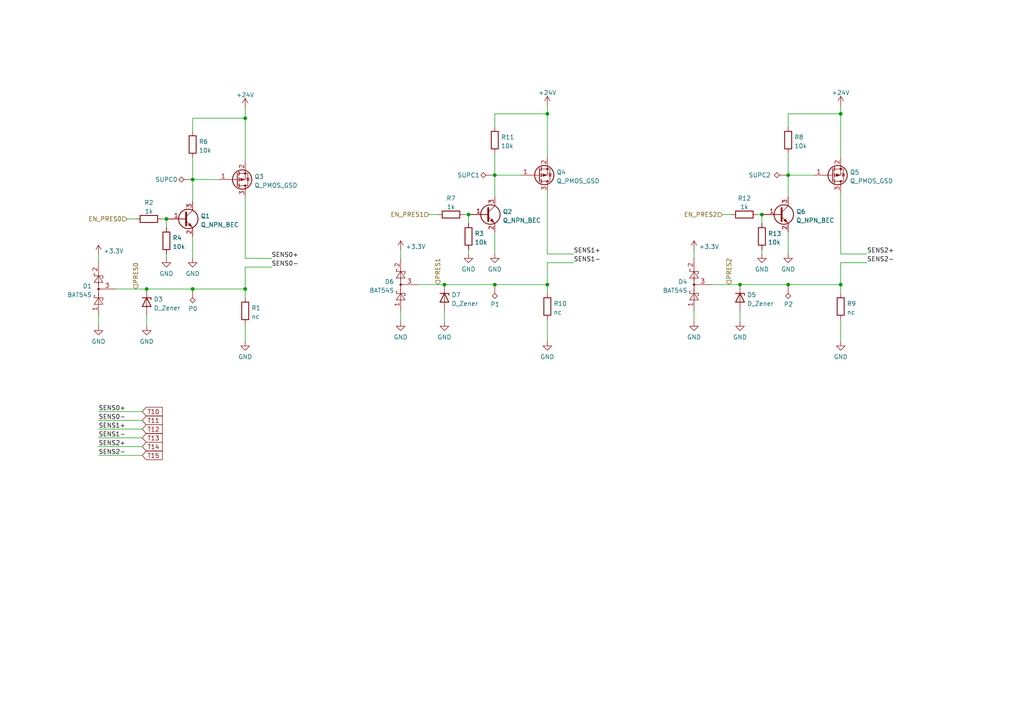
<source format=kicad_sch>
(kicad_sch (version 20211123) (generator eeschema)
  (paper "A4")
  (title_block (title "FloatPUMP Schematics") (date "2022-11-11") (rev "1.0") (company "robtor.de") (comment 1 "Controller board for up to 3 water pumps") (comment 2 "measuring capabilities with piezoresistive pressure sensors") (comment 3 "sensor input Range 4mA-20mA"))
  (lib_symbols
    (symbol "Connector:TestPoint_Alt" (pin_numbers hide) (pin_names (offset 0.762) hide)
      (property "Reference" "TP" (at 0 6.858 0))
      (property "Value" "TestPoint_Alt" (at 0 5.08 0))
      (symbol "TestPoint_Alt_0_1"
        (polyline (pts (xy 0 2.54) (xy -0.762 3.302) (xy 0 4.064) (xy 0.762 3.302) (xy 0 2.54)))
      )
      (symbol "TestPoint_Alt_1_1"
        (pin passive line (at 0 0 90) (length 2.54) (name "1") (number "1"))
      )
    )
    (symbol "Device:D_Zener" (pin_numbers hide) (pin_names (offset 1.016) hide)
      (property "Reference" "D" (at 0 2.54 0))
      (property "Value" "D_Zener" (at 0 -2.54 0))
      (symbol "D_Zener_0_1"
        (polyline (pts (xy 1.27 0) (xy -1.27 0)))
        (polyline (pts (xy -1.27 -1.27) (xy -1.27 1.27) (xy -0.762 1.27)) (stroke (width 0.254)))
        (polyline (pts (xy 1.27 -1.27) (xy 1.27 1.27) (xy -1.27 0) (xy 1.27 -1.27)) (stroke (width 0.254)))
      )
      (symbol "D_Zener_1_1"
        (pin passive line (at -3.81 0 0) (length 2.54) (name "K") (number "1"))
        (pin passive line (at 3.81 0 180) (length 2.54) (name "A") (number "2"))
      )
    )
    (symbol "Device:Q_NPN_BEC" (pin_names (offset 0) hide)
      (property "Reference" "Q" (at 5.08 1.27 0))
      (property "Value" "Q_NPN_BEC" (at 5.08 -1.27 0))
      (symbol "Q_NPN_BEC_0_1"
        (polyline (pts (xy 0.635 0.635) (xy 2.54 2.54)))
        (polyline (pts (xy 0.635 -0.635) (xy 2.54 -2.54) (xy 2.54 -2.54)))
        (polyline (pts (xy 0.635 1.905) (xy 0.635 -1.905) (xy 0.635 -1.905)) (stroke (width 0.508)))
        (polyline (pts (xy 1.27 -1.778) (xy 1.778 -1.27) (xy 2.286 -2.286) (xy 1.27 -1.778) (xy 1.27 -1.778)) (fill (type outline)))
        (circle (center 1.27 0) (radius 2.8194) (stroke (width 0.254)))
      )
      (symbol "Q_NPN_BEC_1_1"
        (pin input line (at -5.08 0 0) (length 5.715) (name "B") (number "1"))
        (pin passive line (at 2.54 -5.08 90) (length 2.54) (name "E") (number "2"))
        (pin passive line (at 2.54 5.08 270) (length 2.54) (name "C") (number "3"))
      )
    )
    (symbol "Device:Q_PMOS_GSD" (pin_names (offset 0) hide)
      (property "Reference" "Q" (at 5.08 1.27 0))
      (property "Value" "Q_PMOS_GSD" (at 5.08 -1.27 0))
      (symbol "Q_PMOS_GSD_0_1"
        (polyline (pts (xy 0.254 0) (xy -2.54 0)))
        (polyline (pts (xy 0.254 1.905) (xy 0.254 -1.905)) (stroke (width 0.254)))
        (polyline (pts (xy 0.762 -1.27) (xy 0.762 -2.286)) (stroke (width 0.254)))
        (polyline (pts (xy 0.762 0.508) (xy 0.762 -0.508)) (stroke (width 0.254)))
        (polyline (pts (xy 0.762 2.286) (xy 0.762 1.27)) (stroke (width 0.254)))
        (polyline (pts (xy 2.54 2.54) (xy 2.54 1.778)))
        (polyline (pts (xy 2.54 -2.54) (xy 2.54 0) (xy 0.762 0)))
        (polyline (pts (xy 0.762 1.778) (xy 3.302 1.778) (xy 3.302 -1.778) (xy 0.762 -1.778)))
        (polyline (pts (xy 2.286 0) (xy 1.27 0.381) (xy 1.27 -0.381) (xy 2.286 0)) (fill (type outline)))
        (polyline (pts (xy 2.794 -0.508) (xy 2.921 -0.381) (xy 3.683 -0.381) (xy 3.81 -0.254)))
        (polyline (pts (xy 3.302 -0.381) (xy 2.921 0.254) (xy 3.683 0.254) (xy 3.302 -0.381)))
        (circle (center 1.651 0) (radius 2.794) (stroke (width 0.254)))
        (circle (center 2.54 -1.778) (radius 0.254) (fill (type outline)))
        (circle (center 2.54 1.778) (radius 0.254) (fill (type outline)))
      )
      (symbol "Q_PMOS_GSD_1_1"
        (pin input line (at -5.08 0 0) (length 2.54) (name "G") (number "1"))
        (pin passive line (at 2.54 -5.08 90) (length 2.54) (name "S") (number "2"))
        (pin passive line (at 2.54 5.08 270) (length 2.54) (name "D") (number "3"))
      )
    )
    (symbol "Device:R" (pin_numbers hide) (pin_names (offset 0))
      (property "Reference" "R" (at 2.032 0 90))
      (property "Value" "R" (at 0 0 90))
      (symbol "R_0_1"
        (rectangle (start -1.016 -2.54) (end 1.016 2.54) (stroke (width 0.254)))
      )
      (symbol "R_1_1"
        (pin passive line (at 0 3.81 270) (length 1.27) (name "~") (number "1"))
        (pin passive line (at 0 -3.81 90) (length 1.27) (name "~") (number "2"))
      )
    )
    (symbol "Diode:BAT54S" (pin_names (offset 1.016))
      (property "Reference" "D" (at 0.635 -3.81 0))
      (property "Value" "BAT54S" (at -6.35 3.175 0))
      (symbol "BAT54S_0_1"
        (polyline (pts (xy -3.81 0) (xy -1.27 0)))
        (polyline (pts (xy -3.175 -1.27) (xy -3.175 -1.016)))
        (polyline (pts (xy -2.54 -1.27) (xy -3.175 -1.27)))
        (polyline (pts (xy -2.54 -1.27) (xy -2.54 1.27)))
        (polyline (pts (xy -2.54 1.27) (xy -1.905 1.27)))
        (polyline (pts (xy -1.905 0) (xy 1.905 0)))
        (polyline (pts (xy -1.905 1.27) (xy -1.905 1.016)))
        (polyline (pts (xy 1.27 0) (xy 3.81 0)))
        (polyline (pts (xy 3.175 -1.27) (xy 3.175 -1.016)))
        (polyline (pts (xy 3.81 -1.27) (xy 3.175 -1.27)))
        (polyline (pts (xy 3.81 -1.27) (xy 3.81 1.27)))
        (polyline (pts (xy 3.81 1.27) (xy 4.445 1.27)))
        (polyline (pts (xy 4.445 1.27) (xy 4.445 1.016)))
        (polyline (pts (xy -4.445 1.27) (xy -4.445 -1.27) (xy -2.54 0) (xy -4.445 1.27)))
        (polyline (pts (xy 1.905 1.27) (xy 1.905 -1.27) (xy 3.81 0) (xy 1.905 1.27)))
        (circle (center 0 0) (radius 0.254) (fill (type outline)))
      )
      (symbol "BAT54S_1_1"
        (pin passive line (at -7.62 0 0) (length 3.81) (name "~") (number "1"))
        (pin passive line (at 7.62 0 180) (length 3.81) (name "~") (number "2"))
        (pin passive line (at 0 -5.08 90) (length 5.08) (name "~") (number "3"))
      )
    )
    (symbol "power:+24V" (power) (pin_names (offset 0))
      (property "Value" "+24V" (at 0 3.556 0))
      (symbol "+24V_0_1"
        (polyline (pts (xy -0.762 1.27) (xy 0 2.54)))
        (polyline (pts (xy 0 0) (xy 0 2.54)))
        (polyline (pts (xy 0 2.54) (xy 0.762 1.27)))
      )
      (symbol "+24V_1_1"
        (pin power_in line (at 0 0 90) (length 0) hide (name "+24V") (number "1"))
      )
    )
    (symbol "power:+3.3V" (power) (pin_names (offset 0))
      (property "Value" "+3.3V" (at 0 3.556 0))
      (symbol "+3.3V_0_1"
        (polyline (pts (xy -0.762 1.27) (xy 0 2.54)))
        (polyline (pts (xy 0 0) (xy 0 2.54)))
        (polyline (pts (xy 0 2.54) (xy 0.762 1.27)))
      )
      (symbol "+3.3V_1_1"
        (pin power_in line (at 0 0 90) (length 0) hide (name "+3.3V") (number "1"))
      )
    )
    (symbol "power:GND" (power) (pin_names (offset 0))
      (property "Value" "GND" (at 0 -3.81 0))
      (symbol "GND_0_1"
        (polyline (pts (xy 0 0) (xy 0 -1.27) (xy 1.27 -1.27) (xy 0 -2.54) (xy -1.27 -1.27) (xy 0 -1.27)))
      )
      (symbol "GND_1_1"
        (pin power_in line (at 0 0 270) (length 0) hide (name "GND") (number "1"))
      )
    )
  )
  (junction (at 143.51 50.8))
  (junction (at 214.63 82.55))
  (junction (at 158.75 33.02))
  (junction (at 243.84 33.02))
  (junction (at 243.84 82.55))
  (junction (at 55.88 52.07))
  (junction (at 42.545 83.82))
  (junction (at 158.75 82.55))
  (junction (at 228.6 82.55))
  (junction (at 228.6 50.8))
  (junction (at 220.98 62.23))
  (junction (at 135.89 62.23))
  (junction (at 55.88 83.82))
  (junction (at 128.905 82.55))
  (junction (at 143.51 82.55))
  (junction (at 71.12 83.82))
  (junction (at 48.26 63.5))
  (junction (at 71.12 34.29))
  (wire (pts (xy 33.655 83.82) (xy 42.545 83.82)))
  (wire (pts (xy 219.71 62.23) (xy 220.98 62.23)))
  (wire (pts (xy 143.51 33.02) (xy 158.75 33.02)))
  (wire (pts (xy 28.575 132.08) (xy 41.275 132.08)))
  (wire (pts (xy 220.98 72.39) (xy 220.98 73.66)))
  (wire (pts (xy 228.6 44.45) (xy 228.6 50.8)))
  (wire (pts (xy 128.905 90.17) (xy 128.905 93.345)))
  (wire (pts (xy 134.62 62.23) (xy 135.89 62.23)))
  (wire (pts (xy 42.545 83.82) (xy 55.88 83.82)))
  (wire (pts (xy 158.75 82.55) (xy 158.75 85.09)))
  (wire (pts (xy 28.575 119.38) (xy 41.275 119.38)))
  (wire (pts (xy 243.84 82.55) (xy 243.84 85.09)))
  (wire (pts (xy 28.575 124.46) (xy 41.275 124.46)))
  (wire (pts (xy 28.575 127) (xy 41.275 127)))
  (wire (pts (xy 55.88 45.72) (xy 55.88 52.07)))
  (wire (pts (xy 166.37 76.2) (xy 158.75 76.2)))
  (wire (pts (xy 28.575 129.54) (xy 41.275 129.54)))
  (wire (pts (xy 228.6 67.31) (xy 228.6 73.66)))
  (wire (pts (xy 158.75 76.2) (xy 158.75 82.55)))
  (wire (pts (xy 243.84 92.71) (xy 243.84 99.06)))
  (wire (pts (xy 71.12 57.15) (xy 71.12 74.93)))
  (wire (pts (xy 124.46 62.23) (xy 127 62.23)))
  (wire (pts (xy 48.26 63.5) (xy 48.26 66.04)))
  (wire (pts (xy 158.75 92.71) (xy 158.75 99.06)))
  (wire (pts (xy 158.75 55.88) (xy 158.75 73.66)))
  (wire (pts (xy 201.295 72.39) (xy 201.295 74.93)))
  (wire (pts (xy 228.6 36.83) (xy 228.6 33.02)))
  (wire (pts (xy 158.75 30.48) (xy 158.75 33.02)))
  (wire (pts (xy 228.6 50.8) (xy 236.22 50.8)))
  (wire (pts (xy 128.905 82.55) (xy 143.51 82.55)))
  (wire (pts (xy 201.295 90.17) (xy 201.295 93.345)))
  (wire (pts (xy 28.575 73.66) (xy 28.575 76.2)))
  (wire (pts (xy 143.51 36.83) (xy 143.51 33.02)))
  (wire (pts (xy 220.98 62.23) (xy 220.98 64.77)))
  (wire (pts (xy 78.74 77.47) (xy 71.12 77.47)))
  (wire (pts (xy 135.89 72.39) (xy 135.89 73.66)))
  (wire (pts (xy 78.74 74.93) (xy 71.12 74.93)))
  (wire (pts (xy 55.88 38.1) (xy 55.88 34.29)))
  (wire (pts (xy 228.6 82.55) (xy 243.84 82.55)))
  (wire (pts (xy 55.88 52.07) (xy 63.5 52.07)))
  (wire (pts (xy 36.83 63.5) (xy 39.37 63.5)))
  (wire (pts (xy 251.46 73.66) (xy 243.84 73.66)))
  (wire (pts (xy 28.575 91.44) (xy 28.575 94.615)))
  (wire (pts (xy 214.63 82.55) (xy 228.6 82.55)))
  (wire (pts (xy 206.375 82.55) (xy 214.63 82.55)))
  (wire (pts (xy 55.88 68.58) (xy 55.88 74.93)))
  (wire (pts (xy 143.51 50.8) (xy 143.51 57.15)))
  (wire (pts (xy 55.88 34.29) (xy 71.12 34.29)))
  (wire (pts (xy 143.51 44.45) (xy 143.51 50.8)))
  (wire (pts (xy 121.285 82.55) (xy 128.905 82.55)))
  (wire (pts (xy 251.46 76.2) (xy 243.84 76.2)))
  (wire (pts (xy 209.55 62.23) (xy 212.09 62.23)))
  (wire (pts (xy 71.12 34.29) (xy 71.12 46.99)))
  (wire (pts (xy 135.89 64.77) (xy 135.89 62.23)))
  (wire (pts (xy 228.6 50.8) (xy 228.6 57.15)))
  (wire (pts (xy 143.51 67.31) (xy 143.51 73.66)))
  (wire (pts (xy 55.88 52.07) (xy 55.88 58.42)))
  (wire (pts (xy 42.545 91.44) (xy 42.545 94.615)))
  (wire (pts (xy 158.75 33.02) (xy 158.75 45.72)))
  (wire (pts (xy 243.84 33.02) (xy 243.84 45.72)))
  (wire (pts (xy 48.26 73.66) (xy 48.26 74.93)))
  (wire (pts (xy 143.51 82.55) (xy 158.75 82.55)))
  (wire (pts (xy 166.37 73.66) (xy 158.75 73.66)))
  (wire (pts (xy 71.12 93.98) (xy 71.12 99.06)))
  (wire (pts (xy 116.205 72.39) (xy 116.205 74.93)))
  (wire (pts (xy 143.51 50.8) (xy 151.13 50.8)))
  (wire (pts (xy 243.84 76.2) (xy 243.84 82.55)))
  (wire (pts (xy 228.6 33.02) (xy 243.84 33.02)))
  (wire (pts (xy 71.12 83.82) (xy 71.12 86.36)))
  (wire (pts (xy 71.12 31.115) (xy 71.12 34.29)))
  (wire (pts (xy 28.575 121.92) (xy 41.275 121.92)))
  (wire (pts (xy 71.12 77.47) (xy 71.12 83.82)))
  (wire (pts (xy 55.88 83.82) (xy 71.12 83.82)))
  (wire (pts (xy 243.84 30.48) (xy 243.84 33.02)))
  (wire (pts (xy 243.84 55.88) (xy 243.84 73.66)))
  (wire (pts (xy 46.99 63.5) (xy 48.26 63.5)))
  (wire (pts (xy 116.205 90.17) (xy 116.205 93.345)))
  (wire (pts (xy 214.63 90.17) (xy 214.63 93.345)))
  (label "SENS0+" (at 78.74 74.93 0))
  (label "SENS1-" (at 166.37 76.2 0))
  (label "SENS0-" (at 78.74 77.47 0))
  (label "SENS1+" (at 166.37 73.66 0))
  (label "SENS1-" (at 28.575 127 0))
  (label "SENS1+" (at 28.575 124.46 0))
  (label "SENS2+" (at 251.46 73.66 0))
  (label "SENS2-" (at 251.46 76.2 0))
  (label "SENS0-" (at 28.575 121.92 0))
  (label "SENS2-" (at 28.575 132.08 0))
  (label "SENS2+" (at 28.575 129.54 0))
  (label "SENS0+" (at 28.575 119.38 0))
  (global_label "T13" (shape input) (at 41.275 127 0) (property "Referenzen zwischen Schaltplänen" "${INTERSHEET_REFS}" (effects hide)))
  (global_label "T14" (shape input) (at 41.275 129.54 0) (property "Referenzen zwischen Schaltplänen" "${INTERSHEET_REFS}" (effects hide)))
  (global_label "T11" (shape input) (at 41.275 121.92 0) (property "Referenzen zwischen Schaltplänen" "${INTERSHEET_REFS}" (effects hide)))
  (global_label "T15" (shape input) (at 41.275 132.08 0) (property "Referenzen zwischen Schaltplänen" "${INTERSHEET_REFS}" (effects hide)))
  (global_label "T10" (shape input) (at 41.275 119.38 0) (property "Referenzen zwischen Schaltplänen" "${INTERSHEET_REFS}" (effects hide)))
  (global_label "T12" (shape input) (at 41.275 124.46 0) (property "Referenzen zwischen Schaltplänen" "${INTERSHEET_REFS}" (effects hide)))
  (hierarchical_label "EN_PRES1" (shape input) (at 124.46 62.23 180))
  (hierarchical_label "PRES2" (shape input) (at 211.455 82.55 90))
  (hierarchical_label "PRES0" (shape input) (at 39.37 83.82 90))
  (hierarchical_label "EN_PRES2" (shape input) (at 209.55 62.23 180))
  (hierarchical_label "EN_PRES0" (shape input) (at 36.83 63.5 180))
  (hierarchical_label "PRES1" (shape input) (at 127 82.55 90))
  (symbol (lib_id "power:GND") (at 214.63 93.345 0) (unit 1)
    (property "Reference" "#PWR059" (effects hide))
    (property "Value" "GND" (at 214.63 97.7884 0))
  )
  (symbol (lib_id "Diode:BAT54S") (at 28.575 83.82 90) (unit 1)
    (property "Reference" "D1" (at 26.67 82.9853 90) (effects (justify left)))
    (property "Value" "BAT54S" (at 26.67 85.5222 90) (effects (justify left)))
    (property "Footprint" "Package_TO_SOT_SMD:SOT-23" (effects hide))
    (property "Datasheet" "https://www.diodes.com/assets/Datasheets/ds11005.pdf" (effects hide))
    (property "JLCPCB" "Extended" (effects hide))
    (property "LCSC" "C2762214" (effects hide))
  )
  (symbol (lib_id "power:+3.3V") (at 116.205 72.39 0) (unit 1)
    (property "Reference" "#PWR050" (effects hide))
    (property "Value" "+3.3V" (at 117.602 71.5538 0) (effects (justify left)))
  )
  (symbol (lib_id "Device:Q_PMOS_GSD") (at 241.3 50.8 0) (mirror x) (unit 1)
    (property "Reference" "Q5" (at 246.507 49.9653 0) (effects (justify left)))
    (property "Value" "Q_PMOS_GSD" (at 246.507 52.5022 0) (effects (justify left)))
    (property "Footprint" "Package_TO_SOT_SMD:SOT-23" (effects hide))
    (property "LCSC" "C15127" (effects hide))
    (property "JLCPCB" "Basic" (effects hide))
  )
  (symbol (lib_id "power:GND") (at 228.6 73.66 0) (unit 1)
    (property "Reference" "#PWR061" (effects hide))
    (property "Value" "GND" (at 228.6 78.1034 0))
  )
  (symbol (lib_id "power:+24V") (at 158.75 30.48 0) (unit 1)
    (property "Reference" "#PWR055" (effects hide))
    (property "Value" "+24V" (at 158.75 26.9042 0))
  )
  (symbol (lib_id "Device:Q_PMOS_GSD") (at 156.21 50.8 0) (mirror x) (unit 1)
    (property "Reference" "Q4" (at 161.417 49.9653 0) (effects (justify left)))
    (property "Value" "Q_PMOS_GSD" (at 161.417 52.5022 0) (effects (justify left)))
    (property "Footprint" "Package_TO_SOT_SMD:SOT-23" (effects hide))
    (property "LCSC" "C15127" (effects hide))
    (property "JLCPCB" "Basic" (effects hide))
  )
  (symbol (lib_id "power:GND") (at 116.205 93.345 0) (unit 1)
    (property "Reference" "#PWR051" (effects hide))
    (property "Value" "GND" (at 116.205 97.7884 0))
  )
  (symbol (lib_id "Device:Q_PMOS_GSD") (at 68.58 52.07 0) (mirror x) (unit 1)
    (property "Reference" "Q3" (at 73.787 51.2353 0) (effects (justify left)))
    (property "Value" "Q_PMOS_GSD" (at 73.787 53.7722 0) (effects (justify left)))
    (property "Footprint" "Package_TO_SOT_SMD:SOT-23" (effects hide))
    (property "Datasheet" "https://datasheet.lcsc.com/lcsc/1811031711_LRC-LBSS84LT1G_C8492.pdf" (effects hide))
    (property "LCSC" "C15127" (effects hide))
    (property "JLCPCB" "Basic" (effects hide))
  )
  (symbol (lib_id "power:+3.3V") (at 28.575 73.66 0) (unit 1)
    (property "Reference" "#PWR043" (effects hide))
    (property "Value" "+3.3V" (at 29.972 72.8238 0) (effects (justify left)))
  )
  (symbol (lib_id "power:GND") (at 158.75 99.06 0) (unit 1)
    (property "Reference" "#PWR056" (effects hide))
    (property "Value" "GND" (at 158.75 103.5034 0))
  )
  (symbol (lib_id "Connector:TestPoint_Alt") (at 55.88 83.82 180) (unit 1)
    (property "Reference" "TP2" (effects hide))
    (property "Value" "P0" (at 54.61 89.535 0) (effects (justify right)))
    (property "Footprint" "TestPoint:TestPoint_Pad_D1.0mm" (effects hide))
  )
  (symbol (lib_id "Connector:TestPoint_Alt") (at 228.6 82.55 180) (unit 1)
    (property "Reference" "TP8" (effects hide))
    (property "Value" "P2" (at 227.33 88.265 0) (effects (justify right)))
    (property "Footprint" "TestPoint:TestPoint_Pad_D1.0mm" (effects hide))
  )
  (symbol (lib_id "Device:R") (at 215.9 62.23 90) (unit 1)
    (property "Reference" "R12" (at 215.9 57.5142 90))
    (property "Value" "1k" (at 215.9 60.0511 90))
    (property "Footprint" "Resistor_SMD:R_0603_1608Metric" (effects hide))
    (property "JLCPCB" "Basic" (effects hide))
    (property "LCSC" "C21190" (effects hide))
  )
  (symbol (lib_id "power:+3.3V") (at 201.295 72.39 0) (unit 1)
    (property "Reference" "#PWR057" (effects hide))
    (property "Value" "+3.3V" (at 202.692 71.5538 0) (effects (justify left)))
  )
  (symbol (lib_id "Device:R") (at 55.88 41.91 0) (unit 1)
    (property "Reference" "R6" (at 57.658 41.0753 0) (effects (justify left)))
    (property "Value" "10k" (at 57.658 43.6122 0) (effects (justify left)))
    (property "Footprint" "Resistor_SMD:R_0603_1608Metric" (effects hide))
    (property "JLCPCB" "Basic" (effects hide))
    (property "LCSC" "C25804" (effects hide))
  )
  (symbol (lib_id "power:GND") (at 243.84 99.06 0) (unit 1)
    (property "Reference" "#PWR063" (effects hide))
    (property "Value" "GND" (at 243.84 103.5034 0))
  )
  (symbol (lib_id "Connector:TestPoint_Alt") (at 143.51 50.8 90) (unit 1)
    (property "Reference" "TP5" (effects hide))
    (property "Value" "SUPC1" (at 135.89 50.8 90))
    (property "Footprint" "TestPoint:TestPoint_Pad_D1.0mm" (effects hide))
  )
  (symbol (lib_id "Device:D_Zener") (at 214.63 86.36 270) (unit 1)
    (property "Reference" "D5" (at 216.662 85.5253 90) (effects (justify left)))
    (property "Value" "D_Zener" (at 216.662 88.0622 90) (effects (justify left)))
    (property "Footprint" "Diode_SMD:D_MiniMELF" (effects hide))
    (property "JLCPCB" "Basic" (effects hide))
    (property "LCSC" "C8056" (effects hide))
  )
  (symbol (lib_id "power:GND") (at 48.26 74.93 0) (unit 1)
    (property "Reference" "#PWR046" (effects hide))
    (property "Value" "GND" (at 48.26 79.3734 0))
  )
  (symbol (lib_id "Device:Q_NPN_BEC") (at 140.97 62.23 0) (unit 1)
    (property "Reference" "Q2" (at 145.8214 61.3953 0) (effects (justify left)))
    (property "Value" "Q_NPN_BEC" (at 145.8214 63.9322 0) (effects (justify left)))
    (property "Footprint" "Package_TO_SOT_SMD:SOT-23" (effects hide))
    (property "Datasheet" "https://datasheet.lcsc.com/lcsc/1912111437_Diodes-Incorporated-FMMT491TA_C141788.pdf" (effects hide))
    (property "JLCPCB" "Basic" (effects hide))
    (property "LCSC" "C20526" (effects hide))
  )
  (symbol (lib_id "power:GND") (at 135.89 73.66 0) (unit 1)
    (property "Reference" "#PWR053" (effects hide))
    (property "Value" "GND" (at 135.89 78.1034 0))
  )
  (symbol (lib_id "Device:Q_NPN_BEC") (at 53.34 63.5 0) (unit 1)
    (property "Reference" "Q1" (at 58.1914 62.6653 0) (effects (justify left)))
    (property "Value" "Q_NPN_BEC" (at 58.1914 65.2022 0) (effects (justify left)))
    (property "Footprint" "Package_TO_SOT_SMD:SOT-23" (effects hide))
    (property "Datasheet" "https://datasheet.lcsc.com/lcsc/1912111437_Diodes-Incorporated-FMMT491TA_C141788.pdf" (effects hide))
    (property "JLCPCB" "Basic" (effects hide))
    (property "LCSC" "C20526" (effects hide))
  )
  (symbol (lib_id "power:GND") (at 201.295 93.345 0) (unit 1)
    (property "Reference" "#PWR058" (effects hide))
    (property "Value" "GND" (at 201.295 97.7884 0))
  )
  (symbol (lib_id "Connector:TestPoint_Alt") (at 143.51 82.55 180) (unit 1)
    (property "Reference" "TP7" (effects hide))
    (property "Value" "P1" (at 142.24 88.265 0) (effects (justify right)))
    (property "Footprint" "TestPoint:TestPoint_Pad_D1.0mm" (effects hide))
  )
  (symbol (lib_id "power:+24V") (at 71.12 31.115 0) (unit 1)
    (property "Reference" "#PWR048" (effects hide))
    (property "Value" "+24V" (at 71.12 27.5392 0))
  )
  (symbol (lib_id "Connector:TestPoint_Alt") (at 55.88 52.07 90) (unit 1)
    (property "Reference" "TP1" (effects hide))
    (property "Value" "SUPC0" (at 48.26 52.07 90))
    (property "Footprint" "TestPoint:TestPoint_Pad_D1.0mm" (effects hide))
  )
  (symbol (lib_id "power:GND") (at 71.12 99.06 0) (unit 1)
    (property "Reference" "#PWR049" (effects hide))
    (property "Value" "GND" (at 71.12 103.5034 0))
  )
  (symbol (lib_id "power:+24V") (at 243.84 30.48 0) (unit 1)
    (property "Reference" "#PWR062" (effects hide))
    (property "Value" "+24V" (at 243.84 26.9042 0))
  )
  (symbol (lib_id "power:GND") (at 143.51 73.66 0) (unit 1)
    (property "Reference" "#PWR054" (effects hide))
    (property "Value" "GND" (at 143.51 78.1034 0))
  )
  (symbol (lib_id "Device:R") (at 220.98 68.58 0) (unit 1)
    (property "Reference" "R13" (at 222.758 67.7453 0) (effects (justify left)))
    (property "Value" "10k" (at 222.758 70.2822 0) (effects (justify left)))
    (property "Footprint" "Resistor_SMD:R_0603_1608Metric" (effects hide))
    (property "JLCPCB" "Basic" (effects hide))
    (property "LCSC" "C25804" (effects hide))
  )
  (symbol (lib_id "Device:R") (at 135.89 68.58 0) (unit 1)
    (property "Reference" "R3" (at 137.668 67.7453 0) (effects (justify left)))
    (property "Value" "10k" (at 137.668 70.2822 0) (effects (justify left)))
    (property "Footprint" "Resistor_SMD:R_0603_1608Metric" (effects hide))
    (property "JLCPCB" "Basic" (effects hide))
    (property "LCSC" "C25804" (effects hide))
  )
  (symbol (lib_id "Device:R") (at 158.75 88.9 0) (unit 1)
    (property "Reference" "R10" (at 160.528 88.0653 0) (effects (justify left)))
    (property "Value" "nc" (at 160.528 90.6022 0) (effects (justify left)))
    (property "Footprint" "Resistor_THT:R_Axial_DIN0204_L3.6mm_D1.6mm_P7.62mm_Horizontal" (effects hide))
  )
  (symbol (lib_id "Device:D_Zener") (at 42.545 87.63 270) (unit 1)
    (property "Reference" "D3" (at 44.577 86.7953 90) (effects (justify left)))
    (property "Value" "D_Zener" (at 44.577 89.3322 90) (effects (justify left)))
    (property "Footprint" "Diode_SMD:D_MiniMELF" (effects hide))
    (property "JLCPCB" "Basic" (effects hide))
    (property "LCSC" "C8056" (effects hide))
  )
  (symbol (lib_id "Device:R") (at 48.26 69.85 0) (unit 1)
    (property "Reference" "R4" (at 50.038 69.0153 0) (effects (justify left)))
    (property "Value" "10k" (at 50.038 71.5522 0) (effects (justify left)))
    (property "Footprint" "Resistor_SMD:R_0603_1608Metric" (effects hide))
    (property "JLCPCB" "Basic" (effects hide))
    (property "LCSC" "C25804" (effects hide))
  )
  (symbol (lib_id "Device:R") (at 243.84 88.9 0) (unit 1)
    (property "Reference" "R9" (at 245.618 88.0653 0) (effects (justify left)))
    (property "Value" "nc" (at 245.618 90.6022 0) (effects (justify left)))
    (property "Footprint" "Resistor_THT:R_Axial_DIN0204_L3.6mm_D1.6mm_P7.62mm_Horizontal" (effects hide))
  )
  (symbol (lib_id "Device:Q_NPN_BEC") (at 226.06 62.23 0) (unit 1)
    (property "Reference" "Q6" (at 230.9114 61.3953 0) (effects (justify left)))
    (property "Value" "Q_NPN_BEC" (at 230.9114 63.9322 0) (effects (justify left)))
    (property "Footprint" "Package_TO_SOT_SMD:SOT-23" (effects hide))
    (property "Datasheet" "https://datasheet.lcsc.com/lcsc/1912111437_Diodes-Incorporated-FMMT491TA_C141788.pdf" (effects hide))
    (property "JLCPCB" "Basic" (effects hide))
    (property "LCSC" "C20526" (effects hide))
  )
  (symbol (lib_id "power:GND") (at 28.575 94.615 0) (unit 1)
    (property "Reference" "#PWR044" (effects hide))
    (property "Value" "GND" (at 28.575 99.0584 0))
  )
  (symbol (lib_id "Device:R") (at 71.12 90.17 0) (unit 1)
    (property "Reference" "R1" (at 72.898 89.3353 0) (effects (justify left)))
    (property "Value" "nc" (at 72.898 91.8722 0) (effects (justify left)))
    (property "Footprint" "Resistor_THT:R_Axial_DIN0204_L3.6mm_D1.6mm_P7.62mm_Horizontal" (effects hide))
  )
  (symbol (lib_id "Diode:BAT54S") (at 201.295 82.55 90) (unit 1)
    (property "Reference" "D4" (at 199.39 81.7153 90) (effects (justify left)))
    (property "Value" "BAT54S" (at 199.39 84.2522 90) (effects (justify left)))
    (property "Footprint" "Package_TO_SOT_SMD:SOT-23" (effects hide))
    (property "Datasheet" "https://www.diodes.com/assets/Datasheets/ds11005.pdf" (effects hide))
    (property "JLCPCB" "Extended" (effects hide))
    (property "LCSC" "C2762214" (effects hide))
  )
  (symbol (lib_id "Device:R") (at 130.81 62.23 90) (unit 1)
    (property "Reference" "R7" (at 130.81 57.5142 90))
    (property "Value" "1k" (at 130.81 60.0511 90))
    (property "Footprint" "Resistor_SMD:R_0603_1608Metric" (effects hide))
    (property "JLCPCB" "Basic" (effects hide))
    (property "LCSC" "C21190" (effects hide))
  )
  (symbol (lib_id "power:GND") (at 220.98 73.66 0) (unit 1)
    (property "Reference" "#PWR060" (effects hide))
    (property "Value" "GND" (at 220.98 78.1034 0))
  )
  (symbol (lib_id "power:GND") (at 42.545 94.615 0) (unit 1)
    (property "Reference" "#PWR045" (effects hide))
    (property "Value" "GND" (at 42.545 99.0584 0))
  )
  (symbol (lib_id "Connector:TestPoint_Alt") (at 228.6 50.8 90) (unit 1)
    (property "Reference" "TP6" (effects hide))
    (property "Value" "SUPC2" (at 220.345 50.8 90))
    (property "Footprint" "TestPoint:TestPoint_Pad_D1.0mm" (effects hide))
  )
  (symbol (lib_id "Diode:BAT54S") (at 116.205 82.55 90) (unit 1)
    (property "Reference" "D6" (at 114.3 81.7153 90) (effects (justify left)))
    (property "Value" "BAT54S" (at 114.3 84.2522 90) (effects (justify left)))
    (property "Footprint" "Package_TO_SOT_SMD:SOT-23" (effects hide))
    (property "Datasheet" "https://www.diodes.com/assets/Datasheets/ds11005.pdf" (effects hide))
    (property "JLCPCB" "Extended" (effects hide))
    (property "LCSC" "C2762214" (effects hide))
  )
  (symbol (lib_id "Device:R") (at 228.6 40.64 0) (unit 1)
    (property "Reference" "R8" (at 230.378 39.8053 0) (effects (justify left)))
    (property "Value" "10k" (at 230.378 42.3422 0) (effects (justify left)))
    (property "Footprint" "Resistor_SMD:R_0603_1608Metric" (effects hide))
    (property "JLCPCB" "Basic" (effects hide))
    (property "LCSC" "C25804" (effects hide))
  )
  (symbol (lib_id "power:GND") (at 55.88 74.93 0) (unit 1)
    (property "Reference" "#PWR047" (effects hide))
    (property "Value" "GND" (at 55.88 79.3734 0))
  )
  (symbol (lib_id "power:GND") (at 128.905 93.345 0) (unit 1)
    (property "Reference" "#PWR052" (effects hide))
    (property "Value" "GND" (at 128.905 97.7884 0))
  )
  (symbol (lib_id "Device:D_Zener") (at 128.905 86.36 270) (unit 1)
    (property "Reference" "D7" (at 130.937 85.5253 90) (effects (justify left)))
    (property "Value" "D_Zener" (at 130.937 88.0622 90) (effects (justify left)))
    (property "Footprint" "Diode_SMD:D_MiniMELF" (effects hide))
    (property "JLCPCB" "Basic" (effects hide))
    (property "LCSC" "C8056" (effects hide))
  )
  (symbol (lib_id "Device:R") (at 43.18 63.5 90) (unit 1)
    (property "Reference" "R2" (at 43.18 58.7842 90))
    (property "Value" "1k" (at 43.18 61.3211 90))
    (property "Footprint" "Resistor_SMD:R_0603_1608Metric" (effects hide))
    (property "JLCPCB" "Basic" (effects hide))
    (property "LCSC" "C21190" (effects hide))
  )
  (symbol (lib_id "Device:R") (at 143.51 40.64 0) (unit 1)
    (property "Reference" "R11" (at 145.288 39.8053 0) (effects (justify left)))
    (property "Value" "10k" (at 145.288 42.3422 0) (effects (justify left)))
    (property "Footprint" "Resistor_SMD:R_0603_1608Metric" (effects hide))
    (property "JLCPCB" "Basic" (effects hide))
    (property "LCSC" "C25804" (effects hide))
  )
)
</source>
